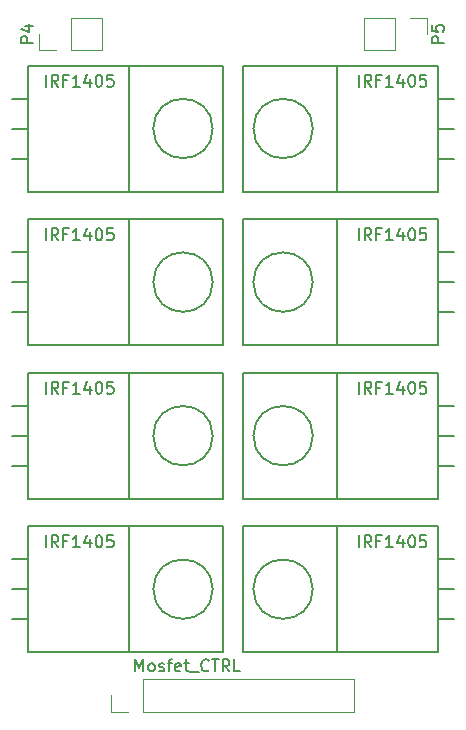
<source format=gbr>
G04 #@! TF.FileFunction,Legend,Top*
%FSLAX46Y46*%
G04 Gerber Fmt 4.6, Leading zero omitted, Abs format (unit mm)*
G04 Created by KiCad (PCBNEW 4.0.4-stable) date 05/01/17 17:17:45*
%MOMM*%
%LPD*%
G01*
G04 APERTURE LIST*
%ADD10C,0.100000*%
%ADD11C,0.150000*%
%ADD12C,0.120000*%
G04 APERTURE END LIST*
D10*
D11*
X137683000Y-77460000D02*
X136286000Y-77460000D01*
X137683000Y-80000000D02*
X136286000Y-80000000D01*
X137683000Y-82540000D02*
X136286000Y-82540000D01*
X153278472Y-80000000D02*
G75*
G03X153278472Y-80000000I-2514472J0D01*
G01*
X146192000Y-85334000D02*
X154193000Y-85334000D01*
X154193000Y-85334000D02*
X154193000Y-74666000D01*
X154193000Y-74666000D02*
X146192000Y-74666000D01*
X137683000Y-85334000D02*
X146192000Y-85334000D01*
X146192000Y-85334000D02*
X146192000Y-74666000D01*
X146192000Y-74666000D02*
X137683000Y-74666000D01*
X137683000Y-80000000D02*
X137683000Y-74666000D01*
X137683000Y-80000000D02*
X137683000Y-85334000D01*
D12*
X141270000Y-73390000D02*
X143930000Y-73390000D01*
X143930000Y-73390000D02*
X143930000Y-70610000D01*
X143930000Y-70610000D02*
X141270000Y-70610000D01*
X141270000Y-70610000D02*
X141270000Y-73390000D01*
X140000000Y-73390000D02*
X138610000Y-73390000D01*
X138610000Y-73390000D02*
X138610000Y-72000000D01*
X168730000Y-70610000D02*
X166070000Y-70610000D01*
X166070000Y-70610000D02*
X166070000Y-73390000D01*
X166070000Y-73390000D02*
X168730000Y-73390000D01*
X168730000Y-73390000D02*
X168730000Y-70610000D01*
X170000000Y-70610000D02*
X171390000Y-70610000D01*
X171390000Y-70610000D02*
X171390000Y-72000000D01*
D11*
X172317000Y-121540000D02*
X173714000Y-121540000D01*
X172317000Y-119000000D02*
X173714000Y-119000000D01*
X172317000Y-116460000D02*
X173714000Y-116460000D01*
X161750472Y-119000000D02*
G75*
G03X161750472Y-119000000I-2514472J0D01*
G01*
X163808000Y-113666000D02*
X155807000Y-113666000D01*
X155807000Y-113666000D02*
X155807000Y-124334000D01*
X155807000Y-124334000D02*
X163808000Y-124334000D01*
X172317000Y-113666000D02*
X163808000Y-113666000D01*
X163808000Y-113666000D02*
X163808000Y-124334000D01*
X163808000Y-124334000D02*
X172317000Y-124334000D01*
X172317000Y-119000000D02*
X172317000Y-124334000D01*
X172317000Y-119000000D02*
X172317000Y-113666000D01*
X172317000Y-108540000D02*
X173714000Y-108540000D01*
X172317000Y-106000000D02*
X173714000Y-106000000D01*
X172317000Y-103460000D02*
X173714000Y-103460000D01*
X161750472Y-106000000D02*
G75*
G03X161750472Y-106000000I-2514472J0D01*
G01*
X163808000Y-100666000D02*
X155807000Y-100666000D01*
X155807000Y-100666000D02*
X155807000Y-111334000D01*
X155807000Y-111334000D02*
X163808000Y-111334000D01*
X172317000Y-100666000D02*
X163808000Y-100666000D01*
X163808000Y-100666000D02*
X163808000Y-111334000D01*
X163808000Y-111334000D02*
X172317000Y-111334000D01*
X172317000Y-106000000D02*
X172317000Y-111334000D01*
X172317000Y-106000000D02*
X172317000Y-100666000D01*
X172317000Y-95540000D02*
X173714000Y-95540000D01*
X172317000Y-93000000D02*
X173714000Y-93000000D01*
X172317000Y-90460000D02*
X173714000Y-90460000D01*
X161750472Y-93000000D02*
G75*
G03X161750472Y-93000000I-2514472J0D01*
G01*
X163808000Y-87666000D02*
X155807000Y-87666000D01*
X155807000Y-87666000D02*
X155807000Y-98334000D01*
X155807000Y-98334000D02*
X163808000Y-98334000D01*
X172317000Y-87666000D02*
X163808000Y-87666000D01*
X163808000Y-87666000D02*
X163808000Y-98334000D01*
X163808000Y-98334000D02*
X172317000Y-98334000D01*
X172317000Y-93000000D02*
X172317000Y-98334000D01*
X172317000Y-93000000D02*
X172317000Y-87666000D01*
X172317000Y-82540000D02*
X173714000Y-82540000D01*
X172317000Y-80000000D02*
X173714000Y-80000000D01*
X172317000Y-77460000D02*
X173714000Y-77460000D01*
X161750472Y-80000000D02*
G75*
G03X161750472Y-80000000I-2514472J0D01*
G01*
X163808000Y-74666000D02*
X155807000Y-74666000D01*
X155807000Y-74666000D02*
X155807000Y-85334000D01*
X155807000Y-85334000D02*
X163808000Y-85334000D01*
X172317000Y-74666000D02*
X163808000Y-74666000D01*
X163808000Y-74666000D02*
X163808000Y-85334000D01*
X163808000Y-85334000D02*
X172317000Y-85334000D01*
X172317000Y-80000000D02*
X172317000Y-85334000D01*
X172317000Y-80000000D02*
X172317000Y-74666000D01*
X137683000Y-90460000D02*
X136286000Y-90460000D01*
X137683000Y-93000000D02*
X136286000Y-93000000D01*
X137683000Y-95540000D02*
X136286000Y-95540000D01*
X153278472Y-93000000D02*
G75*
G03X153278472Y-93000000I-2514472J0D01*
G01*
X146192000Y-98334000D02*
X154193000Y-98334000D01*
X154193000Y-98334000D02*
X154193000Y-87666000D01*
X154193000Y-87666000D02*
X146192000Y-87666000D01*
X137683000Y-98334000D02*
X146192000Y-98334000D01*
X146192000Y-98334000D02*
X146192000Y-87666000D01*
X146192000Y-87666000D02*
X137683000Y-87666000D01*
X137683000Y-93000000D02*
X137683000Y-87666000D01*
X137683000Y-93000000D02*
X137683000Y-98334000D01*
X137683000Y-103460000D02*
X136286000Y-103460000D01*
X137683000Y-106000000D02*
X136286000Y-106000000D01*
X137683000Y-108540000D02*
X136286000Y-108540000D01*
X153278472Y-106000000D02*
G75*
G03X153278472Y-106000000I-2514472J0D01*
G01*
X146192000Y-111334000D02*
X154193000Y-111334000D01*
X154193000Y-111334000D02*
X154193000Y-100666000D01*
X154193000Y-100666000D02*
X146192000Y-100666000D01*
X137683000Y-111334000D02*
X146192000Y-111334000D01*
X146192000Y-111334000D02*
X146192000Y-100666000D01*
X146192000Y-100666000D02*
X137683000Y-100666000D01*
X137683000Y-106000000D02*
X137683000Y-100666000D01*
X137683000Y-106000000D02*
X137683000Y-111334000D01*
X137683000Y-116460000D02*
X136286000Y-116460000D01*
X137683000Y-119000000D02*
X136286000Y-119000000D01*
X137683000Y-121540000D02*
X136286000Y-121540000D01*
X153278472Y-119000000D02*
G75*
G03X153278472Y-119000000I-2514472J0D01*
G01*
X146192000Y-124334000D02*
X154193000Y-124334000D01*
X154193000Y-124334000D02*
X154193000Y-113666000D01*
X154193000Y-113666000D02*
X146192000Y-113666000D01*
X137683000Y-124334000D02*
X146192000Y-124334000D01*
X146192000Y-124334000D02*
X146192000Y-113666000D01*
X146192000Y-113666000D02*
X137683000Y-113666000D01*
X137683000Y-119000000D02*
X137683000Y-113666000D01*
X137683000Y-119000000D02*
X137683000Y-124334000D01*
D12*
X147370000Y-129390000D02*
X165270000Y-129390000D01*
X165270000Y-129390000D02*
X165270000Y-126610000D01*
X165270000Y-126610000D02*
X147370000Y-126610000D01*
X147370000Y-126610000D02*
X147370000Y-129390000D01*
X146100000Y-129390000D02*
X144710000Y-129390000D01*
X144710000Y-129390000D02*
X144710000Y-128000000D01*
D11*
X139166667Y-76452381D02*
X139166667Y-75452381D01*
X140214286Y-76452381D02*
X139880952Y-75976190D01*
X139642857Y-76452381D02*
X139642857Y-75452381D01*
X140023810Y-75452381D01*
X140119048Y-75500000D01*
X140166667Y-75547619D01*
X140214286Y-75642857D01*
X140214286Y-75785714D01*
X140166667Y-75880952D01*
X140119048Y-75928571D01*
X140023810Y-75976190D01*
X139642857Y-75976190D01*
X140976191Y-75928571D02*
X140642857Y-75928571D01*
X140642857Y-76452381D02*
X140642857Y-75452381D01*
X141119048Y-75452381D01*
X142023810Y-76452381D02*
X141452381Y-76452381D01*
X141738095Y-76452381D02*
X141738095Y-75452381D01*
X141642857Y-75595238D01*
X141547619Y-75690476D01*
X141452381Y-75738095D01*
X142880953Y-75785714D02*
X142880953Y-76452381D01*
X142642857Y-75404762D02*
X142404762Y-76119048D01*
X143023810Y-76119048D01*
X143595238Y-75452381D02*
X143690477Y-75452381D01*
X143785715Y-75500000D01*
X143833334Y-75547619D01*
X143880953Y-75642857D01*
X143928572Y-75833333D01*
X143928572Y-76071429D01*
X143880953Y-76261905D01*
X143833334Y-76357143D01*
X143785715Y-76404762D01*
X143690477Y-76452381D01*
X143595238Y-76452381D01*
X143500000Y-76404762D01*
X143452381Y-76357143D01*
X143404762Y-76261905D01*
X143357143Y-76071429D01*
X143357143Y-75833333D01*
X143404762Y-75642857D01*
X143452381Y-75547619D01*
X143500000Y-75500000D01*
X143595238Y-75452381D01*
X144833334Y-75452381D02*
X144357143Y-75452381D01*
X144309524Y-75928571D01*
X144357143Y-75880952D01*
X144452381Y-75833333D01*
X144690477Y-75833333D01*
X144785715Y-75880952D01*
X144833334Y-75928571D01*
X144880953Y-76023810D01*
X144880953Y-76261905D01*
X144833334Y-76357143D01*
X144785715Y-76404762D01*
X144690477Y-76452381D01*
X144452381Y-76452381D01*
X144357143Y-76404762D01*
X144309524Y-76357143D01*
X138062381Y-72738095D02*
X137062381Y-72738095D01*
X137062381Y-72357142D01*
X137110000Y-72261904D01*
X137157619Y-72214285D01*
X137252857Y-72166666D01*
X137395714Y-72166666D01*
X137490952Y-72214285D01*
X137538571Y-72261904D01*
X137586190Y-72357142D01*
X137586190Y-72738095D01*
X137395714Y-71309523D02*
X138062381Y-71309523D01*
X137014762Y-71547619D02*
X137729048Y-71785714D01*
X137729048Y-71166666D01*
X172842381Y-72738095D02*
X171842381Y-72738095D01*
X171842381Y-72357142D01*
X171890000Y-72261904D01*
X171937619Y-72214285D01*
X172032857Y-72166666D01*
X172175714Y-72166666D01*
X172270952Y-72214285D01*
X172318571Y-72261904D01*
X172366190Y-72357142D01*
X172366190Y-72738095D01*
X171842381Y-71261904D02*
X171842381Y-71738095D01*
X172318571Y-71785714D01*
X172270952Y-71738095D01*
X172223333Y-71642857D01*
X172223333Y-71404761D01*
X172270952Y-71309523D01*
X172318571Y-71261904D01*
X172413810Y-71214285D01*
X172651905Y-71214285D01*
X172747143Y-71261904D01*
X172794762Y-71309523D01*
X172842381Y-71404761D01*
X172842381Y-71642857D01*
X172794762Y-71738095D01*
X172747143Y-71785714D01*
X165666667Y-115452381D02*
X165666667Y-114452381D01*
X166714286Y-115452381D02*
X166380952Y-114976190D01*
X166142857Y-115452381D02*
X166142857Y-114452381D01*
X166523810Y-114452381D01*
X166619048Y-114500000D01*
X166666667Y-114547619D01*
X166714286Y-114642857D01*
X166714286Y-114785714D01*
X166666667Y-114880952D01*
X166619048Y-114928571D01*
X166523810Y-114976190D01*
X166142857Y-114976190D01*
X167476191Y-114928571D02*
X167142857Y-114928571D01*
X167142857Y-115452381D02*
X167142857Y-114452381D01*
X167619048Y-114452381D01*
X168523810Y-115452381D02*
X167952381Y-115452381D01*
X168238095Y-115452381D02*
X168238095Y-114452381D01*
X168142857Y-114595238D01*
X168047619Y-114690476D01*
X167952381Y-114738095D01*
X169380953Y-114785714D02*
X169380953Y-115452381D01*
X169142857Y-114404762D02*
X168904762Y-115119048D01*
X169523810Y-115119048D01*
X170095238Y-114452381D02*
X170190477Y-114452381D01*
X170285715Y-114500000D01*
X170333334Y-114547619D01*
X170380953Y-114642857D01*
X170428572Y-114833333D01*
X170428572Y-115071429D01*
X170380953Y-115261905D01*
X170333334Y-115357143D01*
X170285715Y-115404762D01*
X170190477Y-115452381D01*
X170095238Y-115452381D01*
X170000000Y-115404762D01*
X169952381Y-115357143D01*
X169904762Y-115261905D01*
X169857143Y-115071429D01*
X169857143Y-114833333D01*
X169904762Y-114642857D01*
X169952381Y-114547619D01*
X170000000Y-114500000D01*
X170095238Y-114452381D01*
X171333334Y-114452381D02*
X170857143Y-114452381D01*
X170809524Y-114928571D01*
X170857143Y-114880952D01*
X170952381Y-114833333D01*
X171190477Y-114833333D01*
X171285715Y-114880952D01*
X171333334Y-114928571D01*
X171380953Y-115023810D01*
X171380953Y-115261905D01*
X171333334Y-115357143D01*
X171285715Y-115404762D01*
X171190477Y-115452381D01*
X170952381Y-115452381D01*
X170857143Y-115404762D01*
X170809524Y-115357143D01*
X165666667Y-102452381D02*
X165666667Y-101452381D01*
X166714286Y-102452381D02*
X166380952Y-101976190D01*
X166142857Y-102452381D02*
X166142857Y-101452381D01*
X166523810Y-101452381D01*
X166619048Y-101500000D01*
X166666667Y-101547619D01*
X166714286Y-101642857D01*
X166714286Y-101785714D01*
X166666667Y-101880952D01*
X166619048Y-101928571D01*
X166523810Y-101976190D01*
X166142857Y-101976190D01*
X167476191Y-101928571D02*
X167142857Y-101928571D01*
X167142857Y-102452381D02*
X167142857Y-101452381D01*
X167619048Y-101452381D01*
X168523810Y-102452381D02*
X167952381Y-102452381D01*
X168238095Y-102452381D02*
X168238095Y-101452381D01*
X168142857Y-101595238D01*
X168047619Y-101690476D01*
X167952381Y-101738095D01*
X169380953Y-101785714D02*
X169380953Y-102452381D01*
X169142857Y-101404762D02*
X168904762Y-102119048D01*
X169523810Y-102119048D01*
X170095238Y-101452381D02*
X170190477Y-101452381D01*
X170285715Y-101500000D01*
X170333334Y-101547619D01*
X170380953Y-101642857D01*
X170428572Y-101833333D01*
X170428572Y-102071429D01*
X170380953Y-102261905D01*
X170333334Y-102357143D01*
X170285715Y-102404762D01*
X170190477Y-102452381D01*
X170095238Y-102452381D01*
X170000000Y-102404762D01*
X169952381Y-102357143D01*
X169904762Y-102261905D01*
X169857143Y-102071429D01*
X169857143Y-101833333D01*
X169904762Y-101642857D01*
X169952381Y-101547619D01*
X170000000Y-101500000D01*
X170095238Y-101452381D01*
X171333334Y-101452381D02*
X170857143Y-101452381D01*
X170809524Y-101928571D01*
X170857143Y-101880952D01*
X170952381Y-101833333D01*
X171190477Y-101833333D01*
X171285715Y-101880952D01*
X171333334Y-101928571D01*
X171380953Y-102023810D01*
X171380953Y-102261905D01*
X171333334Y-102357143D01*
X171285715Y-102404762D01*
X171190477Y-102452381D01*
X170952381Y-102452381D01*
X170857143Y-102404762D01*
X170809524Y-102357143D01*
X165666667Y-89452381D02*
X165666667Y-88452381D01*
X166714286Y-89452381D02*
X166380952Y-88976190D01*
X166142857Y-89452381D02*
X166142857Y-88452381D01*
X166523810Y-88452381D01*
X166619048Y-88500000D01*
X166666667Y-88547619D01*
X166714286Y-88642857D01*
X166714286Y-88785714D01*
X166666667Y-88880952D01*
X166619048Y-88928571D01*
X166523810Y-88976190D01*
X166142857Y-88976190D01*
X167476191Y-88928571D02*
X167142857Y-88928571D01*
X167142857Y-89452381D02*
X167142857Y-88452381D01*
X167619048Y-88452381D01*
X168523810Y-89452381D02*
X167952381Y-89452381D01*
X168238095Y-89452381D02*
X168238095Y-88452381D01*
X168142857Y-88595238D01*
X168047619Y-88690476D01*
X167952381Y-88738095D01*
X169380953Y-88785714D02*
X169380953Y-89452381D01*
X169142857Y-88404762D02*
X168904762Y-89119048D01*
X169523810Y-89119048D01*
X170095238Y-88452381D02*
X170190477Y-88452381D01*
X170285715Y-88500000D01*
X170333334Y-88547619D01*
X170380953Y-88642857D01*
X170428572Y-88833333D01*
X170428572Y-89071429D01*
X170380953Y-89261905D01*
X170333334Y-89357143D01*
X170285715Y-89404762D01*
X170190477Y-89452381D01*
X170095238Y-89452381D01*
X170000000Y-89404762D01*
X169952381Y-89357143D01*
X169904762Y-89261905D01*
X169857143Y-89071429D01*
X169857143Y-88833333D01*
X169904762Y-88642857D01*
X169952381Y-88547619D01*
X170000000Y-88500000D01*
X170095238Y-88452381D01*
X171333334Y-88452381D02*
X170857143Y-88452381D01*
X170809524Y-88928571D01*
X170857143Y-88880952D01*
X170952381Y-88833333D01*
X171190477Y-88833333D01*
X171285715Y-88880952D01*
X171333334Y-88928571D01*
X171380953Y-89023810D01*
X171380953Y-89261905D01*
X171333334Y-89357143D01*
X171285715Y-89404762D01*
X171190477Y-89452381D01*
X170952381Y-89452381D01*
X170857143Y-89404762D01*
X170809524Y-89357143D01*
X165666667Y-76452381D02*
X165666667Y-75452381D01*
X166714286Y-76452381D02*
X166380952Y-75976190D01*
X166142857Y-76452381D02*
X166142857Y-75452381D01*
X166523810Y-75452381D01*
X166619048Y-75500000D01*
X166666667Y-75547619D01*
X166714286Y-75642857D01*
X166714286Y-75785714D01*
X166666667Y-75880952D01*
X166619048Y-75928571D01*
X166523810Y-75976190D01*
X166142857Y-75976190D01*
X167476191Y-75928571D02*
X167142857Y-75928571D01*
X167142857Y-76452381D02*
X167142857Y-75452381D01*
X167619048Y-75452381D01*
X168523810Y-76452381D02*
X167952381Y-76452381D01*
X168238095Y-76452381D02*
X168238095Y-75452381D01*
X168142857Y-75595238D01*
X168047619Y-75690476D01*
X167952381Y-75738095D01*
X169380953Y-75785714D02*
X169380953Y-76452381D01*
X169142857Y-75404762D02*
X168904762Y-76119048D01*
X169523810Y-76119048D01*
X170095238Y-75452381D02*
X170190477Y-75452381D01*
X170285715Y-75500000D01*
X170333334Y-75547619D01*
X170380953Y-75642857D01*
X170428572Y-75833333D01*
X170428572Y-76071429D01*
X170380953Y-76261905D01*
X170333334Y-76357143D01*
X170285715Y-76404762D01*
X170190477Y-76452381D01*
X170095238Y-76452381D01*
X170000000Y-76404762D01*
X169952381Y-76357143D01*
X169904762Y-76261905D01*
X169857143Y-76071429D01*
X169857143Y-75833333D01*
X169904762Y-75642857D01*
X169952381Y-75547619D01*
X170000000Y-75500000D01*
X170095238Y-75452381D01*
X171333334Y-75452381D02*
X170857143Y-75452381D01*
X170809524Y-75928571D01*
X170857143Y-75880952D01*
X170952381Y-75833333D01*
X171190477Y-75833333D01*
X171285715Y-75880952D01*
X171333334Y-75928571D01*
X171380953Y-76023810D01*
X171380953Y-76261905D01*
X171333334Y-76357143D01*
X171285715Y-76404762D01*
X171190477Y-76452381D01*
X170952381Y-76452381D01*
X170857143Y-76404762D01*
X170809524Y-76357143D01*
X139166667Y-89452381D02*
X139166667Y-88452381D01*
X140214286Y-89452381D02*
X139880952Y-88976190D01*
X139642857Y-89452381D02*
X139642857Y-88452381D01*
X140023810Y-88452381D01*
X140119048Y-88500000D01*
X140166667Y-88547619D01*
X140214286Y-88642857D01*
X140214286Y-88785714D01*
X140166667Y-88880952D01*
X140119048Y-88928571D01*
X140023810Y-88976190D01*
X139642857Y-88976190D01*
X140976191Y-88928571D02*
X140642857Y-88928571D01*
X140642857Y-89452381D02*
X140642857Y-88452381D01*
X141119048Y-88452381D01*
X142023810Y-89452381D02*
X141452381Y-89452381D01*
X141738095Y-89452381D02*
X141738095Y-88452381D01*
X141642857Y-88595238D01*
X141547619Y-88690476D01*
X141452381Y-88738095D01*
X142880953Y-88785714D02*
X142880953Y-89452381D01*
X142642857Y-88404762D02*
X142404762Y-89119048D01*
X143023810Y-89119048D01*
X143595238Y-88452381D02*
X143690477Y-88452381D01*
X143785715Y-88500000D01*
X143833334Y-88547619D01*
X143880953Y-88642857D01*
X143928572Y-88833333D01*
X143928572Y-89071429D01*
X143880953Y-89261905D01*
X143833334Y-89357143D01*
X143785715Y-89404762D01*
X143690477Y-89452381D01*
X143595238Y-89452381D01*
X143500000Y-89404762D01*
X143452381Y-89357143D01*
X143404762Y-89261905D01*
X143357143Y-89071429D01*
X143357143Y-88833333D01*
X143404762Y-88642857D01*
X143452381Y-88547619D01*
X143500000Y-88500000D01*
X143595238Y-88452381D01*
X144833334Y-88452381D02*
X144357143Y-88452381D01*
X144309524Y-88928571D01*
X144357143Y-88880952D01*
X144452381Y-88833333D01*
X144690477Y-88833333D01*
X144785715Y-88880952D01*
X144833334Y-88928571D01*
X144880953Y-89023810D01*
X144880953Y-89261905D01*
X144833334Y-89357143D01*
X144785715Y-89404762D01*
X144690477Y-89452381D01*
X144452381Y-89452381D01*
X144357143Y-89404762D01*
X144309524Y-89357143D01*
X139166667Y-102452381D02*
X139166667Y-101452381D01*
X140214286Y-102452381D02*
X139880952Y-101976190D01*
X139642857Y-102452381D02*
X139642857Y-101452381D01*
X140023810Y-101452381D01*
X140119048Y-101500000D01*
X140166667Y-101547619D01*
X140214286Y-101642857D01*
X140214286Y-101785714D01*
X140166667Y-101880952D01*
X140119048Y-101928571D01*
X140023810Y-101976190D01*
X139642857Y-101976190D01*
X140976191Y-101928571D02*
X140642857Y-101928571D01*
X140642857Y-102452381D02*
X140642857Y-101452381D01*
X141119048Y-101452381D01*
X142023810Y-102452381D02*
X141452381Y-102452381D01*
X141738095Y-102452381D02*
X141738095Y-101452381D01*
X141642857Y-101595238D01*
X141547619Y-101690476D01*
X141452381Y-101738095D01*
X142880953Y-101785714D02*
X142880953Y-102452381D01*
X142642857Y-101404762D02*
X142404762Y-102119048D01*
X143023810Y-102119048D01*
X143595238Y-101452381D02*
X143690477Y-101452381D01*
X143785715Y-101500000D01*
X143833334Y-101547619D01*
X143880953Y-101642857D01*
X143928572Y-101833333D01*
X143928572Y-102071429D01*
X143880953Y-102261905D01*
X143833334Y-102357143D01*
X143785715Y-102404762D01*
X143690477Y-102452381D01*
X143595238Y-102452381D01*
X143500000Y-102404762D01*
X143452381Y-102357143D01*
X143404762Y-102261905D01*
X143357143Y-102071429D01*
X143357143Y-101833333D01*
X143404762Y-101642857D01*
X143452381Y-101547619D01*
X143500000Y-101500000D01*
X143595238Y-101452381D01*
X144833334Y-101452381D02*
X144357143Y-101452381D01*
X144309524Y-101928571D01*
X144357143Y-101880952D01*
X144452381Y-101833333D01*
X144690477Y-101833333D01*
X144785715Y-101880952D01*
X144833334Y-101928571D01*
X144880953Y-102023810D01*
X144880953Y-102261905D01*
X144833334Y-102357143D01*
X144785715Y-102404762D01*
X144690477Y-102452381D01*
X144452381Y-102452381D01*
X144357143Y-102404762D01*
X144309524Y-102357143D01*
X139166667Y-115452381D02*
X139166667Y-114452381D01*
X140214286Y-115452381D02*
X139880952Y-114976190D01*
X139642857Y-115452381D02*
X139642857Y-114452381D01*
X140023810Y-114452381D01*
X140119048Y-114500000D01*
X140166667Y-114547619D01*
X140214286Y-114642857D01*
X140214286Y-114785714D01*
X140166667Y-114880952D01*
X140119048Y-114928571D01*
X140023810Y-114976190D01*
X139642857Y-114976190D01*
X140976191Y-114928571D02*
X140642857Y-114928571D01*
X140642857Y-115452381D02*
X140642857Y-114452381D01*
X141119048Y-114452381D01*
X142023810Y-115452381D02*
X141452381Y-115452381D01*
X141738095Y-115452381D02*
X141738095Y-114452381D01*
X141642857Y-114595238D01*
X141547619Y-114690476D01*
X141452381Y-114738095D01*
X142880953Y-114785714D02*
X142880953Y-115452381D01*
X142642857Y-114404762D02*
X142404762Y-115119048D01*
X143023810Y-115119048D01*
X143595238Y-114452381D02*
X143690477Y-114452381D01*
X143785715Y-114500000D01*
X143833334Y-114547619D01*
X143880953Y-114642857D01*
X143928572Y-114833333D01*
X143928572Y-115071429D01*
X143880953Y-115261905D01*
X143833334Y-115357143D01*
X143785715Y-115404762D01*
X143690477Y-115452381D01*
X143595238Y-115452381D01*
X143500000Y-115404762D01*
X143452381Y-115357143D01*
X143404762Y-115261905D01*
X143357143Y-115071429D01*
X143357143Y-114833333D01*
X143404762Y-114642857D01*
X143452381Y-114547619D01*
X143500000Y-114500000D01*
X143595238Y-114452381D01*
X144833334Y-114452381D02*
X144357143Y-114452381D01*
X144309524Y-114928571D01*
X144357143Y-114880952D01*
X144452381Y-114833333D01*
X144690477Y-114833333D01*
X144785715Y-114880952D01*
X144833334Y-114928571D01*
X144880953Y-115023810D01*
X144880953Y-115261905D01*
X144833334Y-115357143D01*
X144785715Y-115404762D01*
X144690477Y-115452381D01*
X144452381Y-115452381D01*
X144357143Y-115404762D01*
X144309524Y-115357143D01*
X146742856Y-125952381D02*
X146742856Y-124952381D01*
X147076190Y-125666667D01*
X147409523Y-124952381D01*
X147409523Y-125952381D01*
X148028570Y-125952381D02*
X147933332Y-125904762D01*
X147885713Y-125857143D01*
X147838094Y-125761905D01*
X147838094Y-125476190D01*
X147885713Y-125380952D01*
X147933332Y-125333333D01*
X148028570Y-125285714D01*
X148171428Y-125285714D01*
X148266666Y-125333333D01*
X148314285Y-125380952D01*
X148361904Y-125476190D01*
X148361904Y-125761905D01*
X148314285Y-125857143D01*
X148266666Y-125904762D01*
X148171428Y-125952381D01*
X148028570Y-125952381D01*
X148742856Y-125904762D02*
X148838094Y-125952381D01*
X149028570Y-125952381D01*
X149123809Y-125904762D01*
X149171428Y-125809524D01*
X149171428Y-125761905D01*
X149123809Y-125666667D01*
X149028570Y-125619048D01*
X148885713Y-125619048D01*
X148790475Y-125571429D01*
X148742856Y-125476190D01*
X148742856Y-125428571D01*
X148790475Y-125333333D01*
X148885713Y-125285714D01*
X149028570Y-125285714D01*
X149123809Y-125333333D01*
X149457142Y-125285714D02*
X149838094Y-125285714D01*
X149599999Y-125952381D02*
X149599999Y-125095238D01*
X149647618Y-125000000D01*
X149742856Y-124952381D01*
X149838094Y-124952381D01*
X150552381Y-125904762D02*
X150457143Y-125952381D01*
X150266666Y-125952381D01*
X150171428Y-125904762D01*
X150123809Y-125809524D01*
X150123809Y-125428571D01*
X150171428Y-125333333D01*
X150266666Y-125285714D01*
X150457143Y-125285714D01*
X150552381Y-125333333D01*
X150600000Y-125428571D01*
X150600000Y-125523810D01*
X150123809Y-125619048D01*
X150885714Y-125285714D02*
X151266666Y-125285714D01*
X151028571Y-124952381D02*
X151028571Y-125809524D01*
X151076190Y-125904762D01*
X151171428Y-125952381D01*
X151266666Y-125952381D01*
X151361905Y-126047619D02*
X152123810Y-126047619D01*
X152933334Y-125857143D02*
X152885715Y-125904762D01*
X152742858Y-125952381D01*
X152647620Y-125952381D01*
X152504762Y-125904762D01*
X152409524Y-125809524D01*
X152361905Y-125714286D01*
X152314286Y-125523810D01*
X152314286Y-125380952D01*
X152361905Y-125190476D01*
X152409524Y-125095238D01*
X152504762Y-125000000D01*
X152647620Y-124952381D01*
X152742858Y-124952381D01*
X152885715Y-125000000D01*
X152933334Y-125047619D01*
X153219048Y-124952381D02*
X153790477Y-124952381D01*
X153504762Y-125952381D02*
X153504762Y-124952381D01*
X154695239Y-125952381D02*
X154361905Y-125476190D01*
X154123810Y-125952381D02*
X154123810Y-124952381D01*
X154504763Y-124952381D01*
X154600001Y-125000000D01*
X154647620Y-125047619D01*
X154695239Y-125142857D01*
X154695239Y-125285714D01*
X154647620Y-125380952D01*
X154600001Y-125428571D01*
X154504763Y-125476190D01*
X154123810Y-125476190D01*
X155600001Y-125952381D02*
X155123810Y-125952381D01*
X155123810Y-124952381D01*
M02*

</source>
